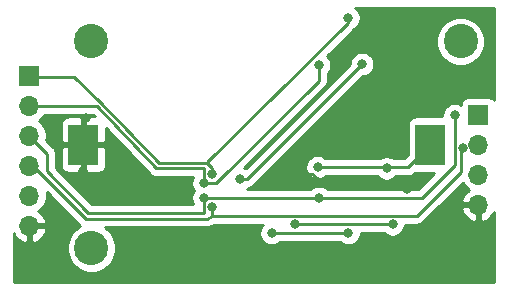
<source format=gbr>
%TF.GenerationSoftware,KiCad,Pcbnew,(5.1.10)-1*%
%TF.CreationDate,2021-10-14T15:31:21-03:00*%
%TF.ProjectId,RTC DS3231,52544320-4453-4333-9233-312e6b696361,1*%
%TF.SameCoordinates,Original*%
%TF.FileFunction,Copper,L2,Bot*%
%TF.FilePolarity,Positive*%
%FSLAX46Y46*%
G04 Gerber Fmt 4.6, Leading zero omitted, Abs format (unit mm)*
G04 Created by KiCad (PCBNEW (5.1.10)-1) date 2021-10-14 15:31:21*
%MOMM*%
%LPD*%
G01*
G04 APERTURE LIST*
%TA.AperFunction,ComponentPad*%
%ADD10R,1.700000X1.700000*%
%TD*%
%TA.AperFunction,ComponentPad*%
%ADD11O,1.700000X1.700000*%
%TD*%
%TA.AperFunction,SMDPad,CuDef*%
%ADD12R,2.540000X3.510000*%
%TD*%
%TA.AperFunction,ComponentPad*%
%ADD13C,2.900000*%
%TD*%
%TA.AperFunction,ViaPad*%
%ADD14C,0.800000*%
%TD*%
%TA.AperFunction,Conductor*%
%ADD15C,0.250000*%
%TD*%
%TA.AperFunction,Conductor*%
%ADD16C,0.254000*%
%TD*%
%TA.AperFunction,Conductor*%
%ADD17C,0.100000*%
%TD*%
G04 APERTURE END LIST*
D10*
%TO.P,J102,1*%
%TO.N,/SCL*%
X140000000Y-88210000D03*
D11*
%TO.P,J102,2*%
%TO.N,/SDA*%
X140000000Y-90750000D03*
%TO.P,J102,3*%
%TO.N,VCC*%
X140000000Y-93290000D03*
%TO.P,J102,4*%
%TO.N,GND*%
X140000000Y-95830000D03*
%TD*%
D12*
%TO.P,BT101,1*%
%TO.N,/VBAT*%
X135930000Y-90750000D03*
%TO.P,BT101,2*%
%TO.N,GND*%
X106570000Y-90750000D03*
%TD*%
D13*
%TO.P,H101,1*%
%TO.N,N/C*%
X107250000Y-82000000D03*
%TD*%
%TO.P,H102,1*%
%TO.N,N/C*%
X138500000Y-82000000D03*
%TD*%
%TO.P,H103,1*%
%TO.N,N/C*%
X107250000Y-99500000D03*
%TD*%
D10*
%TO.P,J101,1*%
%TO.N,/32KHZ*%
X102000000Y-84920000D03*
D11*
%TO.P,J101,2*%
%TO.N,/SQW*%
X102000000Y-87460000D03*
%TO.P,J101,3*%
%TO.N,/SCL*%
X102000000Y-90000000D03*
%TO.P,J101,4*%
%TO.N,/SDA*%
X102000000Y-92540000D03*
%TO.P,J101,5*%
%TO.N,VCC*%
X102000000Y-95080000D03*
%TO.P,J101,6*%
%TO.N,GND*%
X102000000Y-97620000D03*
%TD*%
D14*
%TO.N,/VBAT*%
X126405000Y-92655000D03*
X132250000Y-92750000D03*
%TO.N,GND*%
X106500000Y-93000000D03*
X106750000Y-88500000D03*
X122730000Y-93270000D03*
X134000000Y-94500000D03*
%TO.N,VCC*%
X119842500Y-93657500D03*
X130175000Y-83925000D03*
%TO.N,/32KHZ*%
X117500000Y-93250000D03*
X129000000Y-80000000D03*
%TO.N,/SQW*%
X116750000Y-94000000D03*
X126500000Y-84000000D03*
%TO.N,/SCL*%
X116750000Y-95250000D03*
X126500000Y-95250000D03*
X138000000Y-88250000D03*
%TO.N,/SDA*%
X117500000Y-96000000D03*
X138750000Y-91000000D03*
%TO.N,Net-(JP101-Pad2)*%
X122500000Y-98250000D03*
X129000000Y-98250000D03*
%TO.N,Net-(JP102-Pad2)*%
X124500000Y-97500000D03*
X132750000Y-97500000D03*
%TD*%
D15*
%TO.N,/VBAT*%
X134025000Y-92655000D02*
X135930000Y-90750000D01*
X126405000Y-92655000D02*
X134025000Y-92655000D01*
%TO.N,GND*%
X106500000Y-90820000D02*
X106570000Y-90750000D01*
X106500000Y-93000000D02*
X106500000Y-90820000D01*
X106570000Y-90750000D02*
X106570000Y-88680000D01*
X106570000Y-88680000D02*
X106750000Y-88500000D01*
X127500000Y-94500000D02*
X134000000Y-94500000D01*
X125946998Y-93270000D02*
X127500000Y-94500000D01*
X122730000Y-93270000D02*
X125946998Y-93270000D01*
X134000000Y-94500000D02*
X134000000Y-94500000D01*
%TO.N,VCC*%
X120442500Y-93657500D02*
X130175000Y-83925000D01*
X119842500Y-93657500D02*
X120442500Y-93657500D01*
%TO.N,/32KHZ*%
X117500000Y-93250000D02*
X117500000Y-93250000D01*
X117049990Y-92299990D02*
X117500000Y-92750000D01*
X117500000Y-92750000D02*
X117500000Y-93250000D01*
X112942809Y-92299990D02*
X117049990Y-92299990D01*
X107907233Y-87014632D02*
X112942809Y-92299990D01*
X105750000Y-85000000D02*
X107907233Y-87014632D01*
X102080000Y-85000000D02*
X102000000Y-84920000D01*
X105750000Y-85000000D02*
X102080000Y-85000000D01*
X129000000Y-80426998D02*
X129000000Y-80000000D01*
X117000000Y-92250000D02*
X129000000Y-80426998D01*
%TO.N,/SQW*%
X116750000Y-94250000D02*
X116750000Y-94250000D01*
X116750000Y-92750000D02*
X116750000Y-94250000D01*
X112750000Y-92750000D02*
X116750000Y-92750000D01*
X107710000Y-87460000D02*
X112750000Y-92750000D01*
X102000000Y-87460000D02*
X107710000Y-87460000D01*
X117823002Y-94000000D02*
X116750000Y-94000000D01*
X126500000Y-85323002D02*
X117823002Y-94000000D01*
X126500000Y-84000000D02*
X126500000Y-85323002D01*
%TO.N,/SCL*%
X116750000Y-95000000D02*
X116750000Y-95000000D01*
X116750000Y-95000000D02*
X116750000Y-95676998D01*
X116750000Y-96500000D02*
X116750000Y-95750000D01*
X116750000Y-96500000D02*
X107000000Y-96500000D01*
X107000000Y-96500000D02*
X103500000Y-93000000D01*
X103500000Y-93000000D02*
X103500000Y-91500000D01*
X103500000Y-91500000D02*
X102000000Y-90000000D01*
X116750000Y-95250000D02*
X126500000Y-95250000D01*
X135250000Y-95250000D02*
X138000000Y-92500000D01*
X126500000Y-95250000D02*
X135250000Y-95250000D01*
X138000000Y-92500000D02*
X138000000Y-88250000D01*
%TO.N,/SDA*%
X117500000Y-96750000D02*
X117500000Y-96000000D01*
X117000000Y-97000000D02*
X117500000Y-96750000D01*
X106750000Y-97000000D02*
X117000000Y-97000000D01*
X102290000Y-92540000D02*
X106750000Y-97000000D01*
X102000000Y-92540000D02*
X102290000Y-92540000D01*
X134800998Y-96750000D02*
X138500000Y-93050998D01*
X117500000Y-96750000D02*
X134800998Y-96750000D01*
X138500000Y-93050998D02*
X138500000Y-91000000D01*
X138500000Y-91000000D02*
X138750000Y-91000000D01*
%TO.N,Net-(JP101-Pad2)*%
X122500000Y-98250000D02*
X129000000Y-98250000D01*
%TO.N,Net-(JP102-Pad2)*%
X124500000Y-97500000D02*
X132750000Y-97500000D01*
%TD*%
D16*
%TO.N,GND*%
X138684010Y-93993411D02*
X138846525Y-94236632D01*
X139053368Y-94443475D01*
X139235534Y-94565195D01*
X139118645Y-94634822D01*
X138902412Y-94829731D01*
X138728359Y-95063080D01*
X138603175Y-95325901D01*
X138558524Y-95473110D01*
X138679845Y-95703000D01*
X139873000Y-95703000D01*
X139873000Y-95683000D01*
X140127000Y-95683000D01*
X140127000Y-95703000D01*
X140147000Y-95703000D01*
X140147000Y-95957000D01*
X140127000Y-95957000D01*
X140127000Y-97150814D01*
X140356891Y-97271481D01*
X140631252Y-97174157D01*
X140881355Y-97025178D01*
X141097588Y-96830269D01*
X141271641Y-96596920D01*
X141340001Y-96453400D01*
X141340001Y-102340000D01*
X100660000Y-102340000D01*
X100660000Y-98243402D01*
X100728359Y-98386920D01*
X100902412Y-98620269D01*
X101118645Y-98815178D01*
X101368748Y-98964157D01*
X101643109Y-99061481D01*
X101873000Y-98940814D01*
X101873000Y-97747000D01*
X102127000Y-97747000D01*
X102127000Y-98940814D01*
X102356891Y-99061481D01*
X102631252Y-98964157D01*
X102881355Y-98815178D01*
X103097588Y-98620269D01*
X103271641Y-98386920D01*
X103396825Y-98124099D01*
X103441476Y-97976890D01*
X103320155Y-97747000D01*
X102127000Y-97747000D01*
X101873000Y-97747000D01*
X101853000Y-97747000D01*
X101853000Y-97493000D01*
X101873000Y-97493000D01*
X101873000Y-97473000D01*
X102127000Y-97473000D01*
X102127000Y-97493000D01*
X103320155Y-97493000D01*
X103441476Y-97263110D01*
X103396825Y-97115901D01*
X103271641Y-96853080D01*
X103097588Y-96619731D01*
X102881355Y-96424822D01*
X102764466Y-96355195D01*
X102946632Y-96233475D01*
X103153475Y-96026632D01*
X103315990Y-95783411D01*
X103427932Y-95513158D01*
X103485000Y-95226260D01*
X103485000Y-94933740D01*
X103454225Y-94779027D01*
X106186205Y-97511008D01*
X106209999Y-97540001D01*
X106238992Y-97563795D01*
X106238996Y-97563799D01*
X106301417Y-97615026D01*
X106318506Y-97629050D01*
X106262382Y-97652297D01*
X105920890Y-97880475D01*
X105630475Y-98170890D01*
X105402297Y-98512382D01*
X105245126Y-98891828D01*
X105165000Y-99294645D01*
X105165000Y-99705355D01*
X105245126Y-100108172D01*
X105402297Y-100487618D01*
X105630475Y-100829110D01*
X105920890Y-101119525D01*
X106262382Y-101347703D01*
X106641828Y-101504874D01*
X107044645Y-101585000D01*
X107455355Y-101585000D01*
X107858172Y-101504874D01*
X108237618Y-101347703D01*
X108579110Y-101119525D01*
X108869525Y-100829110D01*
X109097703Y-100487618D01*
X109254874Y-100108172D01*
X109335000Y-99705355D01*
X109335000Y-99294645D01*
X109254874Y-98891828D01*
X109097703Y-98512382D01*
X108869525Y-98170890D01*
X108579110Y-97880475D01*
X108398807Y-97760000D01*
X116989665Y-97760000D01*
X117054136Y-97761756D01*
X117101336Y-97753696D01*
X117148986Y-97749003D01*
X117174958Y-97741125D01*
X117201707Y-97736557D01*
X117246415Y-97719449D01*
X117292247Y-97705546D01*
X117349159Y-97675126D01*
X117679409Y-97510000D01*
X121776289Y-97510000D01*
X121696063Y-97590226D01*
X121582795Y-97759744D01*
X121504774Y-97948102D01*
X121465000Y-98148061D01*
X121465000Y-98351939D01*
X121504774Y-98551898D01*
X121582795Y-98740256D01*
X121696063Y-98909774D01*
X121840226Y-99053937D01*
X122009744Y-99167205D01*
X122198102Y-99245226D01*
X122398061Y-99285000D01*
X122601939Y-99285000D01*
X122801898Y-99245226D01*
X122990256Y-99167205D01*
X123159774Y-99053937D01*
X123203711Y-99010000D01*
X128296289Y-99010000D01*
X128340226Y-99053937D01*
X128509744Y-99167205D01*
X128698102Y-99245226D01*
X128898061Y-99285000D01*
X129101939Y-99285000D01*
X129301898Y-99245226D01*
X129490256Y-99167205D01*
X129659774Y-99053937D01*
X129803937Y-98909774D01*
X129917205Y-98740256D01*
X129995226Y-98551898D01*
X130035000Y-98351939D01*
X130035000Y-98260000D01*
X132046289Y-98260000D01*
X132090226Y-98303937D01*
X132259744Y-98417205D01*
X132448102Y-98495226D01*
X132648061Y-98535000D01*
X132851939Y-98535000D01*
X133051898Y-98495226D01*
X133240256Y-98417205D01*
X133409774Y-98303937D01*
X133553937Y-98159774D01*
X133667205Y-97990256D01*
X133745226Y-97801898D01*
X133785000Y-97601939D01*
X133785000Y-97510000D01*
X134763676Y-97510000D01*
X134800998Y-97513676D01*
X134838320Y-97510000D01*
X134838331Y-97510000D01*
X134949984Y-97499003D01*
X135093245Y-97455546D01*
X135225274Y-97384974D01*
X135340999Y-97290001D01*
X135364802Y-97260997D01*
X136438909Y-96186890D01*
X138558524Y-96186890D01*
X138603175Y-96334099D01*
X138728359Y-96596920D01*
X138902412Y-96830269D01*
X139118645Y-97025178D01*
X139368748Y-97174157D01*
X139643109Y-97271481D01*
X139873000Y-97150814D01*
X139873000Y-95957000D01*
X138679845Y-95957000D01*
X138558524Y-96186890D01*
X136438909Y-96186890D01*
X138668891Y-93956909D01*
X138684010Y-93993411D01*
%TA.AperFunction,Conductor*%
D17*
G36*
X138684010Y-93993411D02*
G01*
X138846525Y-94236632D01*
X139053368Y-94443475D01*
X139235534Y-94565195D01*
X139118645Y-94634822D01*
X138902412Y-94829731D01*
X138728359Y-95063080D01*
X138603175Y-95325901D01*
X138558524Y-95473110D01*
X138679845Y-95703000D01*
X139873000Y-95703000D01*
X139873000Y-95683000D01*
X140127000Y-95683000D01*
X140127000Y-95703000D01*
X140147000Y-95703000D01*
X140147000Y-95957000D01*
X140127000Y-95957000D01*
X140127000Y-97150814D01*
X140356891Y-97271481D01*
X140631252Y-97174157D01*
X140881355Y-97025178D01*
X141097588Y-96830269D01*
X141271641Y-96596920D01*
X141340001Y-96453400D01*
X141340001Y-102340000D01*
X100660000Y-102340000D01*
X100660000Y-98243402D01*
X100728359Y-98386920D01*
X100902412Y-98620269D01*
X101118645Y-98815178D01*
X101368748Y-98964157D01*
X101643109Y-99061481D01*
X101873000Y-98940814D01*
X101873000Y-97747000D01*
X102127000Y-97747000D01*
X102127000Y-98940814D01*
X102356891Y-99061481D01*
X102631252Y-98964157D01*
X102881355Y-98815178D01*
X103097588Y-98620269D01*
X103271641Y-98386920D01*
X103396825Y-98124099D01*
X103441476Y-97976890D01*
X103320155Y-97747000D01*
X102127000Y-97747000D01*
X101873000Y-97747000D01*
X101853000Y-97747000D01*
X101853000Y-97493000D01*
X101873000Y-97493000D01*
X101873000Y-97473000D01*
X102127000Y-97473000D01*
X102127000Y-97493000D01*
X103320155Y-97493000D01*
X103441476Y-97263110D01*
X103396825Y-97115901D01*
X103271641Y-96853080D01*
X103097588Y-96619731D01*
X102881355Y-96424822D01*
X102764466Y-96355195D01*
X102946632Y-96233475D01*
X103153475Y-96026632D01*
X103315990Y-95783411D01*
X103427932Y-95513158D01*
X103485000Y-95226260D01*
X103485000Y-94933740D01*
X103454225Y-94779027D01*
X106186205Y-97511008D01*
X106209999Y-97540001D01*
X106238992Y-97563795D01*
X106238996Y-97563799D01*
X106301417Y-97615026D01*
X106318506Y-97629050D01*
X106262382Y-97652297D01*
X105920890Y-97880475D01*
X105630475Y-98170890D01*
X105402297Y-98512382D01*
X105245126Y-98891828D01*
X105165000Y-99294645D01*
X105165000Y-99705355D01*
X105245126Y-100108172D01*
X105402297Y-100487618D01*
X105630475Y-100829110D01*
X105920890Y-101119525D01*
X106262382Y-101347703D01*
X106641828Y-101504874D01*
X107044645Y-101585000D01*
X107455355Y-101585000D01*
X107858172Y-101504874D01*
X108237618Y-101347703D01*
X108579110Y-101119525D01*
X108869525Y-100829110D01*
X109097703Y-100487618D01*
X109254874Y-100108172D01*
X109335000Y-99705355D01*
X109335000Y-99294645D01*
X109254874Y-98891828D01*
X109097703Y-98512382D01*
X108869525Y-98170890D01*
X108579110Y-97880475D01*
X108398807Y-97760000D01*
X116989665Y-97760000D01*
X117054136Y-97761756D01*
X117101336Y-97753696D01*
X117148986Y-97749003D01*
X117174958Y-97741125D01*
X117201707Y-97736557D01*
X117246415Y-97719449D01*
X117292247Y-97705546D01*
X117349159Y-97675126D01*
X117679409Y-97510000D01*
X121776289Y-97510000D01*
X121696063Y-97590226D01*
X121582795Y-97759744D01*
X121504774Y-97948102D01*
X121465000Y-98148061D01*
X121465000Y-98351939D01*
X121504774Y-98551898D01*
X121582795Y-98740256D01*
X121696063Y-98909774D01*
X121840226Y-99053937D01*
X122009744Y-99167205D01*
X122198102Y-99245226D01*
X122398061Y-99285000D01*
X122601939Y-99285000D01*
X122801898Y-99245226D01*
X122990256Y-99167205D01*
X123159774Y-99053937D01*
X123203711Y-99010000D01*
X128296289Y-99010000D01*
X128340226Y-99053937D01*
X128509744Y-99167205D01*
X128698102Y-99245226D01*
X128898061Y-99285000D01*
X129101939Y-99285000D01*
X129301898Y-99245226D01*
X129490256Y-99167205D01*
X129659774Y-99053937D01*
X129803937Y-98909774D01*
X129917205Y-98740256D01*
X129995226Y-98551898D01*
X130035000Y-98351939D01*
X130035000Y-98260000D01*
X132046289Y-98260000D01*
X132090226Y-98303937D01*
X132259744Y-98417205D01*
X132448102Y-98495226D01*
X132648061Y-98535000D01*
X132851939Y-98535000D01*
X133051898Y-98495226D01*
X133240256Y-98417205D01*
X133409774Y-98303937D01*
X133553937Y-98159774D01*
X133667205Y-97990256D01*
X133745226Y-97801898D01*
X133785000Y-97601939D01*
X133785000Y-97510000D01*
X134763676Y-97510000D01*
X134800998Y-97513676D01*
X134838320Y-97510000D01*
X134838331Y-97510000D01*
X134949984Y-97499003D01*
X135093245Y-97455546D01*
X135225274Y-97384974D01*
X135340999Y-97290001D01*
X135364802Y-97260997D01*
X136438909Y-96186890D01*
X138558524Y-96186890D01*
X138603175Y-96334099D01*
X138728359Y-96596920D01*
X138902412Y-96830269D01*
X139118645Y-97025178D01*
X139368748Y-97174157D01*
X139643109Y-97271481D01*
X139873000Y-97150814D01*
X139873000Y-95957000D01*
X138679845Y-95957000D01*
X138558524Y-96186890D01*
X136438909Y-96186890D01*
X138668891Y-93956909D01*
X138684010Y-93993411D01*
G37*
%TD.AperFunction*%
D16*
X107515793Y-88357940D02*
X106855750Y-88360000D01*
X106697000Y-88518750D01*
X106697000Y-90623000D01*
X108316250Y-90623000D01*
X108475000Y-90464250D01*
X108477294Y-89367135D01*
X112180359Y-93253885D01*
X112209999Y-93290001D01*
X112260747Y-93331649D01*
X112310485Y-93374523D01*
X112318557Y-93379092D01*
X112325724Y-93384974D01*
X112383615Y-93415918D01*
X112440768Y-93448269D01*
X112449576Y-93451175D01*
X112457753Y-93455546D01*
X112520585Y-93474605D01*
X112582936Y-93495179D01*
X112592139Y-93496311D01*
X112601014Y-93499003D01*
X112666368Y-93505440D01*
X112731523Y-93513453D01*
X112778113Y-93510000D01*
X115832689Y-93510000D01*
X115754774Y-93698102D01*
X115715000Y-93898061D01*
X115715000Y-94101939D01*
X115754774Y-94301898D01*
X115832795Y-94490256D01*
X115922828Y-94625000D01*
X115832795Y-94759744D01*
X115754774Y-94948102D01*
X115715000Y-95148061D01*
X115715000Y-95351939D01*
X115754774Y-95551898D01*
X115832689Y-95740000D01*
X107314803Y-95740000D01*
X104260000Y-92685199D01*
X104260000Y-92505000D01*
X104661928Y-92505000D01*
X104674188Y-92629482D01*
X104710498Y-92749180D01*
X104769463Y-92859494D01*
X104848815Y-92956185D01*
X104945506Y-93035537D01*
X105055820Y-93094502D01*
X105175518Y-93130812D01*
X105300000Y-93143072D01*
X106284250Y-93140000D01*
X106443000Y-92981250D01*
X106443000Y-90877000D01*
X106697000Y-90877000D01*
X106697000Y-92981250D01*
X106855750Y-93140000D01*
X107840000Y-93143072D01*
X107964482Y-93130812D01*
X108084180Y-93094502D01*
X108194494Y-93035537D01*
X108291185Y-92956185D01*
X108370537Y-92859494D01*
X108429502Y-92749180D01*
X108465812Y-92629482D01*
X108478072Y-92505000D01*
X108475000Y-91035750D01*
X108316250Y-90877000D01*
X106697000Y-90877000D01*
X106443000Y-90877000D01*
X104823750Y-90877000D01*
X104665000Y-91035750D01*
X104661928Y-92505000D01*
X104260000Y-92505000D01*
X104260000Y-91537322D01*
X104263676Y-91499999D01*
X104260000Y-91462676D01*
X104260000Y-91462667D01*
X104249003Y-91351014D01*
X104205546Y-91207753D01*
X104134974Y-91075724D01*
X104040001Y-90959999D01*
X104011003Y-90936201D01*
X103441210Y-90366408D01*
X103485000Y-90146260D01*
X103485000Y-89853740D01*
X103427932Y-89566842D01*
X103315990Y-89296589D01*
X103153475Y-89053368D01*
X103095107Y-88995000D01*
X104661928Y-88995000D01*
X104665000Y-90464250D01*
X104823750Y-90623000D01*
X106443000Y-90623000D01*
X106443000Y-88518750D01*
X106284250Y-88360000D01*
X105300000Y-88356928D01*
X105175518Y-88369188D01*
X105055820Y-88405498D01*
X104945506Y-88464463D01*
X104848815Y-88543815D01*
X104769463Y-88640506D01*
X104710498Y-88750820D01*
X104674188Y-88870518D01*
X104661928Y-88995000D01*
X103095107Y-88995000D01*
X102946632Y-88846525D01*
X102772240Y-88730000D01*
X102946632Y-88613475D01*
X103153475Y-88406632D01*
X103278178Y-88220000D01*
X107384372Y-88220000D01*
X107515793Y-88357940D01*
%TA.AperFunction,Conductor*%
D17*
G36*
X107515793Y-88357940D02*
G01*
X106855750Y-88360000D01*
X106697000Y-88518750D01*
X106697000Y-90623000D01*
X108316250Y-90623000D01*
X108475000Y-90464250D01*
X108477294Y-89367135D01*
X112180359Y-93253885D01*
X112209999Y-93290001D01*
X112260747Y-93331649D01*
X112310485Y-93374523D01*
X112318557Y-93379092D01*
X112325724Y-93384974D01*
X112383615Y-93415918D01*
X112440768Y-93448269D01*
X112449576Y-93451175D01*
X112457753Y-93455546D01*
X112520585Y-93474605D01*
X112582936Y-93495179D01*
X112592139Y-93496311D01*
X112601014Y-93499003D01*
X112666368Y-93505440D01*
X112731523Y-93513453D01*
X112778113Y-93510000D01*
X115832689Y-93510000D01*
X115754774Y-93698102D01*
X115715000Y-93898061D01*
X115715000Y-94101939D01*
X115754774Y-94301898D01*
X115832795Y-94490256D01*
X115922828Y-94625000D01*
X115832795Y-94759744D01*
X115754774Y-94948102D01*
X115715000Y-95148061D01*
X115715000Y-95351939D01*
X115754774Y-95551898D01*
X115832689Y-95740000D01*
X107314803Y-95740000D01*
X104260000Y-92685199D01*
X104260000Y-92505000D01*
X104661928Y-92505000D01*
X104674188Y-92629482D01*
X104710498Y-92749180D01*
X104769463Y-92859494D01*
X104848815Y-92956185D01*
X104945506Y-93035537D01*
X105055820Y-93094502D01*
X105175518Y-93130812D01*
X105300000Y-93143072D01*
X106284250Y-93140000D01*
X106443000Y-92981250D01*
X106443000Y-90877000D01*
X106697000Y-90877000D01*
X106697000Y-92981250D01*
X106855750Y-93140000D01*
X107840000Y-93143072D01*
X107964482Y-93130812D01*
X108084180Y-93094502D01*
X108194494Y-93035537D01*
X108291185Y-92956185D01*
X108370537Y-92859494D01*
X108429502Y-92749180D01*
X108465812Y-92629482D01*
X108478072Y-92505000D01*
X108475000Y-91035750D01*
X108316250Y-90877000D01*
X106697000Y-90877000D01*
X106443000Y-90877000D01*
X104823750Y-90877000D01*
X104665000Y-91035750D01*
X104661928Y-92505000D01*
X104260000Y-92505000D01*
X104260000Y-91537322D01*
X104263676Y-91499999D01*
X104260000Y-91462676D01*
X104260000Y-91462667D01*
X104249003Y-91351014D01*
X104205546Y-91207753D01*
X104134974Y-91075724D01*
X104040001Y-90959999D01*
X104011003Y-90936201D01*
X103441210Y-90366408D01*
X103485000Y-90146260D01*
X103485000Y-89853740D01*
X103427932Y-89566842D01*
X103315990Y-89296589D01*
X103153475Y-89053368D01*
X103095107Y-88995000D01*
X104661928Y-88995000D01*
X104665000Y-90464250D01*
X104823750Y-90623000D01*
X106443000Y-90623000D01*
X106443000Y-88518750D01*
X106284250Y-88360000D01*
X105300000Y-88356928D01*
X105175518Y-88369188D01*
X105055820Y-88405498D01*
X104945506Y-88464463D01*
X104848815Y-88543815D01*
X104769463Y-88640506D01*
X104710498Y-88750820D01*
X104674188Y-88870518D01*
X104661928Y-88995000D01*
X103095107Y-88995000D01*
X102946632Y-88846525D01*
X102772240Y-88730000D01*
X102946632Y-88613475D01*
X103153475Y-88406632D01*
X103278178Y-88220000D01*
X107384372Y-88220000D01*
X107515793Y-88357940D01*
G37*
%TD.AperFunction*%
D16*
X141340000Y-86956112D02*
X141301185Y-86908815D01*
X141204494Y-86829463D01*
X141094180Y-86770498D01*
X140974482Y-86734188D01*
X140850000Y-86721928D01*
X139150000Y-86721928D01*
X139025518Y-86734188D01*
X138905820Y-86770498D01*
X138795506Y-86829463D01*
X138698815Y-86908815D01*
X138619463Y-87005506D01*
X138560498Y-87115820D01*
X138524188Y-87235518D01*
X138513104Y-87348061D01*
X138490256Y-87332795D01*
X138301898Y-87254774D01*
X138101939Y-87215000D01*
X137898061Y-87215000D01*
X137698102Y-87254774D01*
X137509744Y-87332795D01*
X137340226Y-87446063D01*
X137196063Y-87590226D01*
X137082795Y-87759744D01*
X137004774Y-87948102D01*
X136965000Y-88148061D01*
X136965000Y-88351939D01*
X136965992Y-88356928D01*
X134660000Y-88356928D01*
X134535518Y-88369188D01*
X134415820Y-88405498D01*
X134305506Y-88464463D01*
X134208815Y-88543815D01*
X134129463Y-88640506D01*
X134070498Y-88750820D01*
X134034188Y-88870518D01*
X134021928Y-88995000D01*
X134021928Y-91583271D01*
X133710199Y-91895000D01*
X132833353Y-91895000D01*
X132740256Y-91832795D01*
X132551898Y-91754774D01*
X132351939Y-91715000D01*
X132148061Y-91715000D01*
X131948102Y-91754774D01*
X131759744Y-91832795D01*
X131666647Y-91895000D01*
X127108711Y-91895000D01*
X127064774Y-91851063D01*
X126895256Y-91737795D01*
X126706898Y-91659774D01*
X126506939Y-91620000D01*
X126303061Y-91620000D01*
X126103102Y-91659774D01*
X125914744Y-91737795D01*
X125745226Y-91851063D01*
X125601063Y-91995226D01*
X125487795Y-92164744D01*
X125409774Y-92353102D01*
X125370000Y-92553061D01*
X125370000Y-92756939D01*
X125409774Y-92956898D01*
X125487795Y-93145256D01*
X125601063Y-93314774D01*
X125745226Y-93458937D01*
X125914744Y-93572205D01*
X126103102Y-93650226D01*
X126303061Y-93690000D01*
X126506939Y-93690000D01*
X126706898Y-93650226D01*
X126895256Y-93572205D01*
X127064774Y-93458937D01*
X127108711Y-93415000D01*
X131451289Y-93415000D01*
X131590226Y-93553937D01*
X131759744Y-93667205D01*
X131948102Y-93745226D01*
X132148061Y-93785000D01*
X132351939Y-93785000D01*
X132551898Y-93745226D01*
X132740256Y-93667205D01*
X132909774Y-93553937D01*
X133048711Y-93415000D01*
X133987678Y-93415000D01*
X134025000Y-93418676D01*
X134062322Y-93415000D01*
X134062333Y-93415000D01*
X134173986Y-93404003D01*
X134317247Y-93360546D01*
X134449276Y-93289974D01*
X134565001Y-93195001D01*
X134588804Y-93165997D01*
X134616057Y-93138744D01*
X134660000Y-93143072D01*
X136282126Y-93143072D01*
X134935199Y-94490000D01*
X127203711Y-94490000D01*
X127159774Y-94446063D01*
X126990256Y-94332795D01*
X126801898Y-94254774D01*
X126601939Y-94215000D01*
X126398061Y-94215000D01*
X126198102Y-94254774D01*
X126009744Y-94332795D01*
X125840226Y-94446063D01*
X125796289Y-94490000D01*
X120459526Y-94490000D01*
X120502274Y-94461437D01*
X120553463Y-94410248D01*
X120591486Y-94406503D01*
X120734747Y-94363046D01*
X120866776Y-94292474D01*
X120982501Y-94197501D01*
X121006304Y-94168497D01*
X130214803Y-84960000D01*
X130276939Y-84960000D01*
X130476898Y-84920226D01*
X130665256Y-84842205D01*
X130834774Y-84728937D01*
X130978937Y-84584774D01*
X131092205Y-84415256D01*
X131170226Y-84226898D01*
X131210000Y-84026939D01*
X131210000Y-83823061D01*
X131170226Y-83623102D01*
X131092205Y-83434744D01*
X130978937Y-83265226D01*
X130834774Y-83121063D01*
X130665256Y-83007795D01*
X130476898Y-82929774D01*
X130276939Y-82890000D01*
X130073061Y-82890000D01*
X129873102Y-82929774D01*
X129684744Y-83007795D01*
X129515226Y-83121063D01*
X129371063Y-83265226D01*
X129257795Y-83434744D01*
X129179774Y-83623102D01*
X129140000Y-83823061D01*
X129140000Y-83885197D01*
X120298920Y-92726279D01*
X120208837Y-92688966D01*
X127011003Y-85886801D01*
X127040001Y-85863003D01*
X127134974Y-85747278D01*
X127205546Y-85615249D01*
X127249003Y-85471988D01*
X127260000Y-85360335D01*
X127260000Y-85360326D01*
X127263676Y-85323003D01*
X127260000Y-85285680D01*
X127260000Y-84703711D01*
X127303937Y-84659774D01*
X127417205Y-84490256D01*
X127495226Y-84301898D01*
X127535000Y-84101939D01*
X127535000Y-83898061D01*
X127495226Y-83698102D01*
X127417205Y-83509744D01*
X127303937Y-83340226D01*
X127215648Y-83251937D01*
X128694756Y-81794645D01*
X136415000Y-81794645D01*
X136415000Y-82205355D01*
X136495126Y-82608172D01*
X136652297Y-82987618D01*
X136880475Y-83329110D01*
X137170890Y-83619525D01*
X137512382Y-83847703D01*
X137891828Y-84004874D01*
X138294645Y-84085000D01*
X138705355Y-84085000D01*
X139108172Y-84004874D01*
X139487618Y-83847703D01*
X139829110Y-83619525D01*
X140119525Y-83329110D01*
X140347703Y-82987618D01*
X140504874Y-82608172D01*
X140585000Y-82205355D01*
X140585000Y-81794645D01*
X140504874Y-81391828D01*
X140347703Y-81012382D01*
X140119525Y-80670890D01*
X139829110Y-80380475D01*
X139487618Y-80152297D01*
X139108172Y-79995126D01*
X138705355Y-79915000D01*
X138294645Y-79915000D01*
X137891828Y-79995126D01*
X137512382Y-80152297D01*
X137170890Y-80380475D01*
X136880475Y-80670890D01*
X136652297Y-81012382D01*
X136495126Y-81391828D01*
X136415000Y-81794645D01*
X128694756Y-81794645D01*
X129508820Y-80992589D01*
X129540001Y-80966999D01*
X129585667Y-80911354D01*
X129631804Y-80855981D01*
X129633167Y-80853476D01*
X129634974Y-80851274D01*
X129660854Y-80802857D01*
X129803937Y-80659774D01*
X129917205Y-80490256D01*
X129995226Y-80301898D01*
X130035000Y-80101939D01*
X130035000Y-79898061D01*
X129995226Y-79698102D01*
X129917205Y-79509744D01*
X129803937Y-79340226D01*
X129659774Y-79196063D01*
X129605802Y-79160000D01*
X141340000Y-79160000D01*
X141340000Y-86956112D01*
%TA.AperFunction,Conductor*%
D17*
G36*
X141340000Y-86956112D02*
G01*
X141301185Y-86908815D01*
X141204494Y-86829463D01*
X141094180Y-86770498D01*
X140974482Y-86734188D01*
X140850000Y-86721928D01*
X139150000Y-86721928D01*
X139025518Y-86734188D01*
X138905820Y-86770498D01*
X138795506Y-86829463D01*
X138698815Y-86908815D01*
X138619463Y-87005506D01*
X138560498Y-87115820D01*
X138524188Y-87235518D01*
X138513104Y-87348061D01*
X138490256Y-87332795D01*
X138301898Y-87254774D01*
X138101939Y-87215000D01*
X137898061Y-87215000D01*
X137698102Y-87254774D01*
X137509744Y-87332795D01*
X137340226Y-87446063D01*
X137196063Y-87590226D01*
X137082795Y-87759744D01*
X137004774Y-87948102D01*
X136965000Y-88148061D01*
X136965000Y-88351939D01*
X136965992Y-88356928D01*
X134660000Y-88356928D01*
X134535518Y-88369188D01*
X134415820Y-88405498D01*
X134305506Y-88464463D01*
X134208815Y-88543815D01*
X134129463Y-88640506D01*
X134070498Y-88750820D01*
X134034188Y-88870518D01*
X134021928Y-88995000D01*
X134021928Y-91583271D01*
X133710199Y-91895000D01*
X132833353Y-91895000D01*
X132740256Y-91832795D01*
X132551898Y-91754774D01*
X132351939Y-91715000D01*
X132148061Y-91715000D01*
X131948102Y-91754774D01*
X131759744Y-91832795D01*
X131666647Y-91895000D01*
X127108711Y-91895000D01*
X127064774Y-91851063D01*
X126895256Y-91737795D01*
X126706898Y-91659774D01*
X126506939Y-91620000D01*
X126303061Y-91620000D01*
X126103102Y-91659774D01*
X125914744Y-91737795D01*
X125745226Y-91851063D01*
X125601063Y-91995226D01*
X125487795Y-92164744D01*
X125409774Y-92353102D01*
X125370000Y-92553061D01*
X125370000Y-92756939D01*
X125409774Y-92956898D01*
X125487795Y-93145256D01*
X125601063Y-93314774D01*
X125745226Y-93458937D01*
X125914744Y-93572205D01*
X126103102Y-93650226D01*
X126303061Y-93690000D01*
X126506939Y-93690000D01*
X126706898Y-93650226D01*
X126895256Y-93572205D01*
X127064774Y-93458937D01*
X127108711Y-93415000D01*
X131451289Y-93415000D01*
X131590226Y-93553937D01*
X131759744Y-93667205D01*
X131948102Y-93745226D01*
X132148061Y-93785000D01*
X132351939Y-93785000D01*
X132551898Y-93745226D01*
X132740256Y-93667205D01*
X132909774Y-93553937D01*
X133048711Y-93415000D01*
X133987678Y-93415000D01*
X134025000Y-93418676D01*
X134062322Y-93415000D01*
X134062333Y-93415000D01*
X134173986Y-93404003D01*
X134317247Y-93360546D01*
X134449276Y-93289974D01*
X134565001Y-93195001D01*
X134588804Y-93165997D01*
X134616057Y-93138744D01*
X134660000Y-93143072D01*
X136282126Y-93143072D01*
X134935199Y-94490000D01*
X127203711Y-94490000D01*
X127159774Y-94446063D01*
X126990256Y-94332795D01*
X126801898Y-94254774D01*
X126601939Y-94215000D01*
X126398061Y-94215000D01*
X126198102Y-94254774D01*
X126009744Y-94332795D01*
X125840226Y-94446063D01*
X125796289Y-94490000D01*
X120459526Y-94490000D01*
X120502274Y-94461437D01*
X120553463Y-94410248D01*
X120591486Y-94406503D01*
X120734747Y-94363046D01*
X120866776Y-94292474D01*
X120982501Y-94197501D01*
X121006304Y-94168497D01*
X130214803Y-84960000D01*
X130276939Y-84960000D01*
X130476898Y-84920226D01*
X130665256Y-84842205D01*
X130834774Y-84728937D01*
X130978937Y-84584774D01*
X131092205Y-84415256D01*
X131170226Y-84226898D01*
X131210000Y-84026939D01*
X131210000Y-83823061D01*
X131170226Y-83623102D01*
X131092205Y-83434744D01*
X130978937Y-83265226D01*
X130834774Y-83121063D01*
X130665256Y-83007795D01*
X130476898Y-82929774D01*
X130276939Y-82890000D01*
X130073061Y-82890000D01*
X129873102Y-82929774D01*
X129684744Y-83007795D01*
X129515226Y-83121063D01*
X129371063Y-83265226D01*
X129257795Y-83434744D01*
X129179774Y-83623102D01*
X129140000Y-83823061D01*
X129140000Y-83885197D01*
X120298920Y-92726279D01*
X120208837Y-92688966D01*
X127011003Y-85886801D01*
X127040001Y-85863003D01*
X127134974Y-85747278D01*
X127205546Y-85615249D01*
X127249003Y-85471988D01*
X127260000Y-85360335D01*
X127260000Y-85360326D01*
X127263676Y-85323003D01*
X127260000Y-85285680D01*
X127260000Y-84703711D01*
X127303937Y-84659774D01*
X127417205Y-84490256D01*
X127495226Y-84301898D01*
X127535000Y-84101939D01*
X127535000Y-83898061D01*
X127495226Y-83698102D01*
X127417205Y-83509744D01*
X127303937Y-83340226D01*
X127215648Y-83251937D01*
X128694756Y-81794645D01*
X136415000Y-81794645D01*
X136415000Y-82205355D01*
X136495126Y-82608172D01*
X136652297Y-82987618D01*
X136880475Y-83329110D01*
X137170890Y-83619525D01*
X137512382Y-83847703D01*
X137891828Y-84004874D01*
X138294645Y-84085000D01*
X138705355Y-84085000D01*
X139108172Y-84004874D01*
X139487618Y-83847703D01*
X139829110Y-83619525D01*
X140119525Y-83329110D01*
X140347703Y-82987618D01*
X140504874Y-82608172D01*
X140585000Y-82205355D01*
X140585000Y-81794645D01*
X140504874Y-81391828D01*
X140347703Y-81012382D01*
X140119525Y-80670890D01*
X139829110Y-80380475D01*
X139487618Y-80152297D01*
X139108172Y-79995126D01*
X138705355Y-79915000D01*
X138294645Y-79915000D01*
X137891828Y-79995126D01*
X137512382Y-80152297D01*
X137170890Y-80380475D01*
X136880475Y-80670890D01*
X136652297Y-81012382D01*
X136495126Y-81391828D01*
X136415000Y-81794645D01*
X128694756Y-81794645D01*
X129508820Y-80992589D01*
X129540001Y-80966999D01*
X129585667Y-80911354D01*
X129631804Y-80855981D01*
X129633167Y-80853476D01*
X129634974Y-80851274D01*
X129660854Y-80802857D01*
X129803937Y-80659774D01*
X129917205Y-80490256D01*
X129995226Y-80301898D01*
X130035000Y-80101939D01*
X130035000Y-79898061D01*
X129995226Y-79698102D01*
X129917205Y-79509744D01*
X129803937Y-79340226D01*
X129659774Y-79196063D01*
X129605802Y-79160000D01*
X141340000Y-79160000D01*
X141340000Y-86956112D01*
G37*
%TD.AperFunction*%
%TD*%
M02*

</source>
